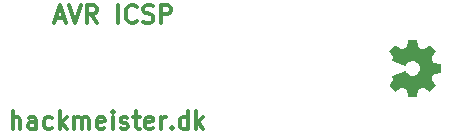
<source format=gto>
G04 #@! TF.GenerationSoftware,KiCad,Pcbnew,(2018-01-11 revision 6f2beeb)-master*
G04 #@! TF.CreationDate,2018-01-16T00:01:00+01:00*
G04 #@! TF.ProjectId,6pinICSP,3670696E494353502E6B696361645F70,rev?*
G04 #@! TF.SameCoordinates,Original*
G04 #@! TF.FileFunction,Legend,Top*
G04 #@! TF.FilePolarity,Positive*
%FSLAX46Y46*%
G04 Gerber Fmt 4.6, Leading zero omitted, Abs format (unit mm)*
G04 Created by KiCad (PCBNEW (2018-01-11 revision 6f2beeb)-master) date Tuesday, 16 January 2018 'AMt' 00:01:00*
%MOMM*%
%LPD*%
G01*
G04 APERTURE LIST*
%ADD10C,0.300000*%
%ADD11C,0.010000*%
G04 APERTURE END LIST*
D10*
X70107142Y-52250000D02*
X70821428Y-52250000D01*
X69964285Y-52678571D02*
X70464285Y-51178571D01*
X70964285Y-52678571D01*
X71250000Y-51178571D02*
X71750000Y-52678571D01*
X72250000Y-51178571D01*
X73607142Y-52678571D02*
X73107142Y-51964285D01*
X72750000Y-52678571D02*
X72750000Y-51178571D01*
X73321428Y-51178571D01*
X73464285Y-51250000D01*
X73535714Y-51321428D01*
X73607142Y-51464285D01*
X73607142Y-51678571D01*
X73535714Y-51821428D01*
X73464285Y-51892857D01*
X73321428Y-51964285D01*
X72750000Y-51964285D01*
X75392857Y-52678571D02*
X75392857Y-51178571D01*
X76964285Y-52535714D02*
X76892857Y-52607142D01*
X76678571Y-52678571D01*
X76535714Y-52678571D01*
X76321428Y-52607142D01*
X76178571Y-52464285D01*
X76107142Y-52321428D01*
X76035714Y-52035714D01*
X76035714Y-51821428D01*
X76107142Y-51535714D01*
X76178571Y-51392857D01*
X76321428Y-51250000D01*
X76535714Y-51178571D01*
X76678571Y-51178571D01*
X76892857Y-51250000D01*
X76964285Y-51321428D01*
X77535714Y-52607142D02*
X77750000Y-52678571D01*
X78107142Y-52678571D01*
X78250000Y-52607142D01*
X78321428Y-52535714D01*
X78392857Y-52392857D01*
X78392857Y-52250000D01*
X78321428Y-52107142D01*
X78250000Y-52035714D01*
X78107142Y-51964285D01*
X77821428Y-51892857D01*
X77678571Y-51821428D01*
X77607142Y-51750000D01*
X77535714Y-51607142D01*
X77535714Y-51464285D01*
X77607142Y-51321428D01*
X77678571Y-51250000D01*
X77821428Y-51178571D01*
X78178571Y-51178571D01*
X78392857Y-51250000D01*
X79035714Y-52678571D02*
X79035714Y-51178571D01*
X79607142Y-51178571D01*
X79750000Y-51250000D01*
X79821428Y-51321428D01*
X79892857Y-51464285D01*
X79892857Y-51678571D01*
X79821428Y-51821428D01*
X79750000Y-51892857D01*
X79607142Y-51964285D01*
X79035714Y-51964285D01*
X66464285Y-61678571D02*
X66464285Y-60178571D01*
X67107142Y-61678571D02*
X67107142Y-60892857D01*
X67035714Y-60750000D01*
X66892857Y-60678571D01*
X66678571Y-60678571D01*
X66535714Y-60750000D01*
X66464285Y-60821428D01*
X68464285Y-61678571D02*
X68464285Y-60892857D01*
X68392857Y-60750000D01*
X68250000Y-60678571D01*
X67964285Y-60678571D01*
X67821428Y-60750000D01*
X68464285Y-61607142D02*
X68321428Y-61678571D01*
X67964285Y-61678571D01*
X67821428Y-61607142D01*
X67750000Y-61464285D01*
X67750000Y-61321428D01*
X67821428Y-61178571D01*
X67964285Y-61107142D01*
X68321428Y-61107142D01*
X68464285Y-61035714D01*
X69821428Y-61607142D02*
X69678571Y-61678571D01*
X69392857Y-61678571D01*
X69250000Y-61607142D01*
X69178571Y-61535714D01*
X69107142Y-61392857D01*
X69107142Y-60964285D01*
X69178571Y-60821428D01*
X69250000Y-60750000D01*
X69392857Y-60678571D01*
X69678571Y-60678571D01*
X69821428Y-60750000D01*
X70464285Y-61678571D02*
X70464285Y-60178571D01*
X70607142Y-61107142D02*
X71035714Y-61678571D01*
X71035714Y-60678571D02*
X70464285Y-61250000D01*
X71678571Y-61678571D02*
X71678571Y-60678571D01*
X71678571Y-60821428D02*
X71750000Y-60750000D01*
X71892857Y-60678571D01*
X72107142Y-60678571D01*
X72250000Y-60750000D01*
X72321428Y-60892857D01*
X72321428Y-61678571D01*
X72321428Y-60892857D02*
X72392857Y-60750000D01*
X72535714Y-60678571D01*
X72750000Y-60678571D01*
X72892857Y-60750000D01*
X72964285Y-60892857D01*
X72964285Y-61678571D01*
X74250000Y-61607142D02*
X74107142Y-61678571D01*
X73821428Y-61678571D01*
X73678571Y-61607142D01*
X73607142Y-61464285D01*
X73607142Y-60892857D01*
X73678571Y-60750000D01*
X73821428Y-60678571D01*
X74107142Y-60678571D01*
X74250000Y-60750000D01*
X74321428Y-60892857D01*
X74321428Y-61035714D01*
X73607142Y-61178571D01*
X74964285Y-61678571D02*
X74964285Y-60678571D01*
X74964285Y-60178571D02*
X74892857Y-60250000D01*
X74964285Y-60321428D01*
X75035714Y-60250000D01*
X74964285Y-60178571D01*
X74964285Y-60321428D01*
X75607142Y-61607142D02*
X75750000Y-61678571D01*
X76035714Y-61678571D01*
X76178571Y-61607142D01*
X76250000Y-61464285D01*
X76250000Y-61392857D01*
X76178571Y-61250000D01*
X76035714Y-61178571D01*
X75821428Y-61178571D01*
X75678571Y-61107142D01*
X75607142Y-60964285D01*
X75607142Y-60892857D01*
X75678571Y-60750000D01*
X75821428Y-60678571D01*
X76035714Y-60678571D01*
X76178571Y-60750000D01*
X76678571Y-60678571D02*
X77250000Y-60678571D01*
X76892857Y-60178571D02*
X76892857Y-61464285D01*
X76964285Y-61607142D01*
X77107142Y-61678571D01*
X77250000Y-61678571D01*
X78321428Y-61607142D02*
X78178571Y-61678571D01*
X77892857Y-61678571D01*
X77750000Y-61607142D01*
X77678571Y-61464285D01*
X77678571Y-60892857D01*
X77750000Y-60750000D01*
X77892857Y-60678571D01*
X78178571Y-60678571D01*
X78321428Y-60750000D01*
X78392857Y-60892857D01*
X78392857Y-61035714D01*
X77678571Y-61178571D01*
X79035714Y-61678571D02*
X79035714Y-60678571D01*
X79035714Y-60964285D02*
X79107142Y-60821428D01*
X79178571Y-60750000D01*
X79321428Y-60678571D01*
X79464285Y-60678571D01*
X79964285Y-61535714D02*
X80035714Y-61607142D01*
X79964285Y-61678571D01*
X79892857Y-61607142D01*
X79964285Y-61535714D01*
X79964285Y-61678571D01*
X81321428Y-61678571D02*
X81321428Y-60178571D01*
X81321428Y-61607142D02*
X81178571Y-61678571D01*
X80892857Y-61678571D01*
X80750000Y-61607142D01*
X80678571Y-61535714D01*
X80607142Y-61392857D01*
X80607142Y-60964285D01*
X80678571Y-60821428D01*
X80750000Y-60750000D01*
X80892857Y-60678571D01*
X81178571Y-60678571D01*
X81321428Y-60750000D01*
X82035714Y-61678571D02*
X82035714Y-60178571D01*
X82178571Y-61107142D02*
X82607142Y-61678571D01*
X82607142Y-60678571D02*
X82035714Y-61250000D01*
D11*
G36*
X102684355Y-56611434D02*
X102684044Y-56686793D01*
X102683200Y-56742845D01*
X102681562Y-56782638D01*
X102678862Y-56809217D01*
X102674838Y-56825630D01*
X102669224Y-56834924D01*
X102661756Y-56840145D01*
X102655825Y-56842779D01*
X102635392Y-56848476D01*
X102593937Y-56857787D01*
X102535449Y-56869897D01*
X102463918Y-56883990D01*
X102383334Y-56899253D01*
X102342018Y-56906863D01*
X102259231Y-56922263D01*
X102184265Y-56936763D01*
X102120932Y-56949583D01*
X102073044Y-56959938D01*
X102044413Y-56967047D01*
X102038459Y-56969168D01*
X102028990Y-56983098D01*
X102012159Y-57016094D01*
X101989913Y-57063589D01*
X101964204Y-57121018D01*
X101936979Y-57183814D01*
X101910187Y-57247411D01*
X101885778Y-57307244D01*
X101865701Y-57358745D01*
X101851904Y-57397350D01*
X101846337Y-57418492D01*
X101846306Y-57419335D01*
X101853246Y-57433315D01*
X101872703Y-57465159D01*
X101902720Y-57511855D01*
X101941341Y-57570396D01*
X101986607Y-57637771D01*
X102024106Y-57692820D01*
X102073094Y-57764862D01*
X102116911Y-57830329D01*
X102153602Y-57886217D01*
X102181213Y-57929519D01*
X102197787Y-57957230D01*
X102201800Y-57966006D01*
X102193044Y-57979604D01*
X102168800Y-58007576D01*
X102132111Y-58046921D01*
X102086018Y-58094637D01*
X102033561Y-58147723D01*
X101977781Y-58203177D01*
X101921720Y-58257999D01*
X101868417Y-58309186D01*
X101820915Y-58353739D01*
X101782254Y-58388655D01*
X101755474Y-58410932D01*
X101744142Y-58417700D01*
X101728015Y-58411874D01*
X101696072Y-58394027D01*
X101647457Y-58363601D01*
X101581315Y-58320038D01*
X101496790Y-58262781D01*
X101393026Y-58191274D01*
X101342266Y-58155996D01*
X101293649Y-58123255D01*
X101251357Y-58096832D01*
X101220415Y-58079741D01*
X101206875Y-58074800D01*
X101190710Y-58079603D01*
X101155838Y-58092737D01*
X101106797Y-58112286D01*
X101048123Y-58136336D01*
X100984351Y-58162972D01*
X100920019Y-58190279D01*
X100859662Y-58216341D01*
X100807816Y-58239245D01*
X100769018Y-58257076D01*
X100747804Y-58267917D01*
X100745513Y-58269553D01*
X100741411Y-58283390D01*
X100733460Y-58318662D01*
X100722389Y-58371820D01*
X100708926Y-58439314D01*
X100693798Y-58517597D01*
X100683805Y-58570506D01*
X100667934Y-58654519D01*
X100653270Y-58730703D01*
X100640553Y-58795334D01*
X100630522Y-58844685D01*
X100623916Y-58875030D01*
X100621898Y-58882579D01*
X100615705Y-58888157D01*
X100600135Y-58892479D01*
X100572502Y-58895690D01*
X100530121Y-58897933D01*
X100470305Y-58899353D01*
X100390368Y-58900094D01*
X100291705Y-58900299D01*
X100192364Y-58900181D01*
X100115487Y-58899695D01*
X100058142Y-58898643D01*
X100017393Y-58896827D01*
X99990305Y-58894051D01*
X99973945Y-58890115D01*
X99965378Y-58884824D01*
X99961698Y-58878075D01*
X99956587Y-58856063D01*
X99948543Y-58816100D01*
X99938966Y-58765258D01*
X99934679Y-58741550D01*
X99912319Y-58617801D01*
X99893469Y-58517073D01*
X99877665Y-58437298D01*
X99864443Y-58376409D01*
X99853339Y-58332339D01*
X99843890Y-58303020D01*
X99835631Y-58286385D01*
X99831584Y-58282009D01*
X99814767Y-58273299D01*
X99779218Y-58257362D01*
X99729411Y-58236022D01*
X99669822Y-58211098D01*
X99604926Y-58184411D01*
X99539198Y-58157782D01*
X99477113Y-58133034D01*
X99423147Y-58111985D01*
X99381776Y-58096458D01*
X99357473Y-58088274D01*
X99353474Y-58087464D01*
X99340616Y-58094376D01*
X99309962Y-58113738D01*
X99264588Y-58143520D01*
X99207568Y-58181690D01*
X99141974Y-58226219D01*
X99103480Y-58252600D01*
X99033630Y-58299945D01*
X98969703Y-58341988D01*
X98914982Y-58376672D01*
X98872752Y-58401942D01*
X98846296Y-58415740D01*
X98839831Y-58417700D01*
X98824064Y-58408866D01*
X98793072Y-58383770D01*
X98749172Y-58344515D01*
X98694681Y-58293210D01*
X98631917Y-58231957D01*
X98596592Y-58196686D01*
X98528203Y-58127690D01*
X98475919Y-58074215D01*
X98437808Y-58033900D01*
X98411936Y-58004384D01*
X98396371Y-57983305D01*
X98389179Y-57968303D01*
X98388428Y-57957016D01*
X98392183Y-57947084D01*
X98392208Y-57947038D01*
X98403852Y-57928193D01*
X98427538Y-57892068D01*
X98460851Y-57842264D01*
X98501378Y-57782386D01*
X98546702Y-57716038D01*
X98558417Y-57698983D01*
X98603496Y-57632693D01*
X98643202Y-57572898D01*
X98675397Y-57522937D01*
X98697940Y-57486146D01*
X98708693Y-57465865D01*
X98709300Y-57463542D01*
X98703751Y-57446001D01*
X98688809Y-57411705D01*
X98667033Y-57366310D01*
X98650891Y-57334429D01*
X98626167Y-57283464D01*
X98609456Y-57242639D01*
X98602530Y-57216612D01*
X98603608Y-57210212D01*
X98617747Y-57202727D01*
X98652407Y-57186899D01*
X98704605Y-57164015D01*
X98771361Y-57135363D01*
X98849691Y-57102229D01*
X98936613Y-57065901D01*
X98969993Y-57052058D01*
X99068130Y-57011417D01*
X99166742Y-56970535D01*
X99261119Y-56931366D01*
X99346551Y-56895866D01*
X99418328Y-56865992D01*
X99471743Y-56843698D01*
X99475287Y-56842215D01*
X99533340Y-56818446D01*
X99583760Y-56798801D01*
X99621502Y-56785174D01*
X99641522Y-56779463D01*
X99642447Y-56779400D01*
X99657565Y-56789106D01*
X99681970Y-56814784D01*
X99710862Y-56851272D01*
X99716301Y-56858775D01*
X99807865Y-56969563D01*
X99907312Y-57056364D01*
X100015293Y-57119538D01*
X100132458Y-57159446D01*
X100259459Y-57176450D01*
X100290450Y-57177160D01*
X100417465Y-57166578D01*
X100534164Y-57133408D01*
X100642612Y-57076826D01*
X100744869Y-56996010D01*
X100745547Y-56995377D01*
X100829495Y-56900425D01*
X100892157Y-56794542D01*
X100933403Y-56680851D01*
X100953105Y-56562475D01*
X100951134Y-56442536D01*
X100927362Y-56324157D01*
X100881660Y-56210460D01*
X100813899Y-56104569D01*
X100783740Y-56068580D01*
X100688532Y-55980196D01*
X100582458Y-55914755D01*
X100465929Y-55872439D01*
X100339355Y-55853431D01*
X100298131Y-55852300D01*
X100171248Y-55861355D01*
X100057489Y-55889459D01*
X99954210Y-55938017D01*
X99858772Y-56008438D01*
X99768530Y-56102126D01*
X99725087Y-56157388D01*
X99693461Y-56197429D01*
X99665574Y-56228054D01*
X99645939Y-56244477D01*
X99641510Y-56246000D01*
X99625912Y-56241292D01*
X99589712Y-56227917D01*
X99535744Y-56206999D01*
X99466845Y-56179659D01*
X99385849Y-56147021D01*
X99295592Y-56110207D01*
X99220437Y-56079254D01*
X99120517Y-56037958D01*
X99023842Y-55998057D01*
X98934004Y-55961029D01*
X98854595Y-55928352D01*
X98789206Y-55901506D01*
X98741431Y-55881968D01*
X98722000Y-55874081D01*
X98663336Y-55850060D01*
X98625895Y-55830971D01*
X98607615Y-55811597D01*
X98606435Y-55786721D01*
X98620294Y-55751127D01*
X98647129Y-55699596D01*
X98650527Y-55693214D01*
X98675663Y-55644373D01*
X98695433Y-55602932D01*
X98707191Y-55574603D01*
X98709300Y-55566276D01*
X98702410Y-55551473D01*
X98683088Y-55518956D01*
X98653359Y-55471899D01*
X98615248Y-55413472D01*
X98570781Y-55346849D01*
X98544200Y-55307645D01*
X98497192Y-55238318D01*
X98455392Y-55175957D01*
X98420810Y-55123619D01*
X98395458Y-55084365D01*
X98381345Y-55061252D01*
X98379100Y-55056483D01*
X98387688Y-55045354D01*
X98411822Y-55018851D01*
X98449060Y-54979532D01*
X98496959Y-54929954D01*
X98553077Y-54872675D01*
X98597701Y-54827597D01*
X98659328Y-54766482D01*
X98716045Y-54711896D01*
X98765134Y-54666322D01*
X98803880Y-54632240D01*
X98829566Y-54612132D01*
X98838381Y-54607699D01*
X98854826Y-54614670D01*
X98888769Y-54634204D01*
X98936943Y-54664240D01*
X98996081Y-54702714D01*
X99062916Y-54747562D01*
X99099206Y-54772427D01*
X99168329Y-54819678D01*
X99230981Y-54861668D01*
X99283993Y-54896341D01*
X99324196Y-54921641D01*
X99348421Y-54935512D01*
X99353674Y-54937527D01*
X99371719Y-54932991D01*
X99408556Y-54920271D01*
X99459636Y-54901204D01*
X99520410Y-54877629D01*
X99586332Y-54851383D01*
X99652853Y-54824305D01*
X99715425Y-54798232D01*
X99769500Y-54775002D01*
X99810530Y-54756453D01*
X99833967Y-54744424D01*
X99837109Y-54742157D01*
X99844072Y-54725451D01*
X99854462Y-54687493D01*
X99867420Y-54632068D01*
X99882084Y-54562961D01*
X99897595Y-54483955D01*
X99905482Y-54441463D01*
X99920918Y-54358930D01*
X99935637Y-54284392D01*
X99948830Y-54221627D01*
X99959688Y-54174412D01*
X99967402Y-54146525D01*
X99969854Y-54140975D01*
X99986438Y-54135447D01*
X100023816Y-54130980D01*
X100077808Y-54127563D01*
X100144235Y-54125185D01*
X100218915Y-54123836D01*
X100297669Y-54123505D01*
X100376318Y-54124182D01*
X100450681Y-54125856D01*
X100516578Y-54128518D01*
X100569830Y-54132156D01*
X100606256Y-54136760D01*
X100621677Y-54142320D01*
X100621816Y-54142606D01*
X100625967Y-54159628D01*
X100633979Y-54197910D01*
X100645116Y-54253735D01*
X100658643Y-54323380D01*
X100673824Y-54403127D01*
X100683542Y-54454921D01*
X100699502Y-54538493D01*
X100714571Y-54613730D01*
X100727967Y-54677026D01*
X100738913Y-54724774D01*
X100746628Y-54753368D01*
X100749450Y-54759899D01*
X100766097Y-54769510D01*
X100801559Y-54786424D01*
X100851182Y-54808692D01*
X100910312Y-54834362D01*
X100974296Y-54861484D01*
X101038479Y-54888107D01*
X101098209Y-54912281D01*
X101148832Y-54932054D01*
X101185694Y-54945475D01*
X101204142Y-54950595D01*
X101204369Y-54950600D01*
X101220860Y-54943654D01*
X101254911Y-54924177D01*
X101303278Y-54894206D01*
X101362717Y-54855781D01*
X101429982Y-54810941D01*
X101469776Y-54783844D01*
X101540169Y-54735954D01*
X101604607Y-54692872D01*
X101659814Y-54656729D01*
X101702513Y-54629654D01*
X101729429Y-54613776D01*
X101736311Y-54610590D01*
X101749132Y-54613378D01*
X101771095Y-54627577D01*
X101803846Y-54654629D01*
X101849031Y-54695977D01*
X101908294Y-54753063D01*
X101980786Y-54824834D01*
X102041902Y-54886493D01*
X102096537Y-54942800D01*
X102142237Y-54991127D01*
X102176547Y-55028847D01*
X102197013Y-55053332D01*
X102201800Y-55061384D01*
X102194850Y-55075877D01*
X102175332Y-55108099D01*
X102145246Y-55154972D01*
X102106590Y-55213416D01*
X102061364Y-55280355D01*
X102028521Y-55328220D01*
X101979713Y-55399399D01*
X101935788Y-55464355D01*
X101898818Y-55519951D01*
X101870876Y-55563047D01*
X101854035Y-55590505D01*
X101850015Y-55598509D01*
X101852996Y-55615778D01*
X101864178Y-55651718D01*
X101881724Y-55701663D01*
X101903798Y-55760950D01*
X101928566Y-55824916D01*
X101954192Y-55888898D01*
X101978838Y-55948232D01*
X102000671Y-55998254D01*
X102017853Y-56034300D01*
X102028333Y-56051493D01*
X102044465Y-56057907D01*
X102082020Y-56067971D01*
X102137410Y-56080877D01*
X102207052Y-56095817D01*
X102287360Y-56111986D01*
X102351956Y-56124343D01*
X102437637Y-56140575D01*
X102515142Y-56155634D01*
X102580937Y-56168804D01*
X102631485Y-56179366D01*
X102663249Y-56186603D01*
X102672631Y-56189424D01*
X102676023Y-56203811D01*
X102678990Y-56240489D01*
X102681418Y-56296352D01*
X102683194Y-56368294D01*
X102684206Y-56453208D01*
X102684400Y-56513721D01*
X102684355Y-56611434D01*
X102684355Y-56611434D01*
G37*
X102684355Y-56611434D02*
X102684044Y-56686793D01*
X102683200Y-56742845D01*
X102681562Y-56782638D01*
X102678862Y-56809217D01*
X102674838Y-56825630D01*
X102669224Y-56834924D01*
X102661756Y-56840145D01*
X102655825Y-56842779D01*
X102635392Y-56848476D01*
X102593937Y-56857787D01*
X102535449Y-56869897D01*
X102463918Y-56883990D01*
X102383334Y-56899253D01*
X102342018Y-56906863D01*
X102259231Y-56922263D01*
X102184265Y-56936763D01*
X102120932Y-56949583D01*
X102073044Y-56959938D01*
X102044413Y-56967047D01*
X102038459Y-56969168D01*
X102028990Y-56983098D01*
X102012159Y-57016094D01*
X101989913Y-57063589D01*
X101964204Y-57121018D01*
X101936979Y-57183814D01*
X101910187Y-57247411D01*
X101885778Y-57307244D01*
X101865701Y-57358745D01*
X101851904Y-57397350D01*
X101846337Y-57418492D01*
X101846306Y-57419335D01*
X101853246Y-57433315D01*
X101872703Y-57465159D01*
X101902720Y-57511855D01*
X101941341Y-57570396D01*
X101986607Y-57637771D01*
X102024106Y-57692820D01*
X102073094Y-57764862D01*
X102116911Y-57830329D01*
X102153602Y-57886217D01*
X102181213Y-57929519D01*
X102197787Y-57957230D01*
X102201800Y-57966006D01*
X102193044Y-57979604D01*
X102168800Y-58007576D01*
X102132111Y-58046921D01*
X102086018Y-58094637D01*
X102033561Y-58147723D01*
X101977781Y-58203177D01*
X101921720Y-58257999D01*
X101868417Y-58309186D01*
X101820915Y-58353739D01*
X101782254Y-58388655D01*
X101755474Y-58410932D01*
X101744142Y-58417700D01*
X101728015Y-58411874D01*
X101696072Y-58394027D01*
X101647457Y-58363601D01*
X101581315Y-58320038D01*
X101496790Y-58262781D01*
X101393026Y-58191274D01*
X101342266Y-58155996D01*
X101293649Y-58123255D01*
X101251357Y-58096832D01*
X101220415Y-58079741D01*
X101206875Y-58074800D01*
X101190710Y-58079603D01*
X101155838Y-58092737D01*
X101106797Y-58112286D01*
X101048123Y-58136336D01*
X100984351Y-58162972D01*
X100920019Y-58190279D01*
X100859662Y-58216341D01*
X100807816Y-58239245D01*
X100769018Y-58257076D01*
X100747804Y-58267917D01*
X100745513Y-58269553D01*
X100741411Y-58283390D01*
X100733460Y-58318662D01*
X100722389Y-58371820D01*
X100708926Y-58439314D01*
X100693798Y-58517597D01*
X100683805Y-58570506D01*
X100667934Y-58654519D01*
X100653270Y-58730703D01*
X100640553Y-58795334D01*
X100630522Y-58844685D01*
X100623916Y-58875030D01*
X100621898Y-58882579D01*
X100615705Y-58888157D01*
X100600135Y-58892479D01*
X100572502Y-58895690D01*
X100530121Y-58897933D01*
X100470305Y-58899353D01*
X100390368Y-58900094D01*
X100291705Y-58900299D01*
X100192364Y-58900181D01*
X100115487Y-58899695D01*
X100058142Y-58898643D01*
X100017393Y-58896827D01*
X99990305Y-58894051D01*
X99973945Y-58890115D01*
X99965378Y-58884824D01*
X99961698Y-58878075D01*
X99956587Y-58856063D01*
X99948543Y-58816100D01*
X99938966Y-58765258D01*
X99934679Y-58741550D01*
X99912319Y-58617801D01*
X99893469Y-58517073D01*
X99877665Y-58437298D01*
X99864443Y-58376409D01*
X99853339Y-58332339D01*
X99843890Y-58303020D01*
X99835631Y-58286385D01*
X99831584Y-58282009D01*
X99814767Y-58273299D01*
X99779218Y-58257362D01*
X99729411Y-58236022D01*
X99669822Y-58211098D01*
X99604926Y-58184411D01*
X99539198Y-58157782D01*
X99477113Y-58133034D01*
X99423147Y-58111985D01*
X99381776Y-58096458D01*
X99357473Y-58088274D01*
X99353474Y-58087464D01*
X99340616Y-58094376D01*
X99309962Y-58113738D01*
X99264588Y-58143520D01*
X99207568Y-58181690D01*
X99141974Y-58226219D01*
X99103480Y-58252600D01*
X99033630Y-58299945D01*
X98969703Y-58341988D01*
X98914982Y-58376672D01*
X98872752Y-58401942D01*
X98846296Y-58415740D01*
X98839831Y-58417700D01*
X98824064Y-58408866D01*
X98793072Y-58383770D01*
X98749172Y-58344515D01*
X98694681Y-58293210D01*
X98631917Y-58231957D01*
X98596592Y-58196686D01*
X98528203Y-58127690D01*
X98475919Y-58074215D01*
X98437808Y-58033900D01*
X98411936Y-58004384D01*
X98396371Y-57983305D01*
X98389179Y-57968303D01*
X98388428Y-57957016D01*
X98392183Y-57947084D01*
X98392208Y-57947038D01*
X98403852Y-57928193D01*
X98427538Y-57892068D01*
X98460851Y-57842264D01*
X98501378Y-57782386D01*
X98546702Y-57716038D01*
X98558417Y-57698983D01*
X98603496Y-57632693D01*
X98643202Y-57572898D01*
X98675397Y-57522937D01*
X98697940Y-57486146D01*
X98708693Y-57465865D01*
X98709300Y-57463542D01*
X98703751Y-57446001D01*
X98688809Y-57411705D01*
X98667033Y-57366310D01*
X98650891Y-57334429D01*
X98626167Y-57283464D01*
X98609456Y-57242639D01*
X98602530Y-57216612D01*
X98603608Y-57210212D01*
X98617747Y-57202727D01*
X98652407Y-57186899D01*
X98704605Y-57164015D01*
X98771361Y-57135363D01*
X98849691Y-57102229D01*
X98936613Y-57065901D01*
X98969993Y-57052058D01*
X99068130Y-57011417D01*
X99166742Y-56970535D01*
X99261119Y-56931366D01*
X99346551Y-56895866D01*
X99418328Y-56865992D01*
X99471743Y-56843698D01*
X99475287Y-56842215D01*
X99533340Y-56818446D01*
X99583760Y-56798801D01*
X99621502Y-56785174D01*
X99641522Y-56779463D01*
X99642447Y-56779400D01*
X99657565Y-56789106D01*
X99681970Y-56814784D01*
X99710862Y-56851272D01*
X99716301Y-56858775D01*
X99807865Y-56969563D01*
X99907312Y-57056364D01*
X100015293Y-57119538D01*
X100132458Y-57159446D01*
X100259459Y-57176450D01*
X100290450Y-57177160D01*
X100417465Y-57166578D01*
X100534164Y-57133408D01*
X100642612Y-57076826D01*
X100744869Y-56996010D01*
X100745547Y-56995377D01*
X100829495Y-56900425D01*
X100892157Y-56794542D01*
X100933403Y-56680851D01*
X100953105Y-56562475D01*
X100951134Y-56442536D01*
X100927362Y-56324157D01*
X100881660Y-56210460D01*
X100813899Y-56104569D01*
X100783740Y-56068580D01*
X100688532Y-55980196D01*
X100582458Y-55914755D01*
X100465929Y-55872439D01*
X100339355Y-55853431D01*
X100298131Y-55852300D01*
X100171248Y-55861355D01*
X100057489Y-55889459D01*
X99954210Y-55938017D01*
X99858772Y-56008438D01*
X99768530Y-56102126D01*
X99725087Y-56157388D01*
X99693461Y-56197429D01*
X99665574Y-56228054D01*
X99645939Y-56244477D01*
X99641510Y-56246000D01*
X99625912Y-56241292D01*
X99589712Y-56227917D01*
X99535744Y-56206999D01*
X99466845Y-56179659D01*
X99385849Y-56147021D01*
X99295592Y-56110207D01*
X99220437Y-56079254D01*
X99120517Y-56037958D01*
X99023842Y-55998057D01*
X98934004Y-55961029D01*
X98854595Y-55928352D01*
X98789206Y-55901506D01*
X98741431Y-55881968D01*
X98722000Y-55874081D01*
X98663336Y-55850060D01*
X98625895Y-55830971D01*
X98607615Y-55811597D01*
X98606435Y-55786721D01*
X98620294Y-55751127D01*
X98647129Y-55699596D01*
X98650527Y-55693214D01*
X98675663Y-55644373D01*
X98695433Y-55602932D01*
X98707191Y-55574603D01*
X98709300Y-55566276D01*
X98702410Y-55551473D01*
X98683088Y-55518956D01*
X98653359Y-55471899D01*
X98615248Y-55413472D01*
X98570781Y-55346849D01*
X98544200Y-55307645D01*
X98497192Y-55238318D01*
X98455392Y-55175957D01*
X98420810Y-55123619D01*
X98395458Y-55084365D01*
X98381345Y-55061252D01*
X98379100Y-55056483D01*
X98387688Y-55045354D01*
X98411822Y-55018851D01*
X98449060Y-54979532D01*
X98496959Y-54929954D01*
X98553077Y-54872675D01*
X98597701Y-54827597D01*
X98659328Y-54766482D01*
X98716045Y-54711896D01*
X98765134Y-54666322D01*
X98803880Y-54632240D01*
X98829566Y-54612132D01*
X98838381Y-54607699D01*
X98854826Y-54614670D01*
X98888769Y-54634204D01*
X98936943Y-54664240D01*
X98996081Y-54702714D01*
X99062916Y-54747562D01*
X99099206Y-54772427D01*
X99168329Y-54819678D01*
X99230981Y-54861668D01*
X99283993Y-54896341D01*
X99324196Y-54921641D01*
X99348421Y-54935512D01*
X99353674Y-54937527D01*
X99371719Y-54932991D01*
X99408556Y-54920271D01*
X99459636Y-54901204D01*
X99520410Y-54877629D01*
X99586332Y-54851383D01*
X99652853Y-54824305D01*
X99715425Y-54798232D01*
X99769500Y-54775002D01*
X99810530Y-54756453D01*
X99833967Y-54744424D01*
X99837109Y-54742157D01*
X99844072Y-54725451D01*
X99854462Y-54687493D01*
X99867420Y-54632068D01*
X99882084Y-54562961D01*
X99897595Y-54483955D01*
X99905482Y-54441463D01*
X99920918Y-54358930D01*
X99935637Y-54284392D01*
X99948830Y-54221627D01*
X99959688Y-54174412D01*
X99967402Y-54146525D01*
X99969854Y-54140975D01*
X99986438Y-54135447D01*
X100023816Y-54130980D01*
X100077808Y-54127563D01*
X100144235Y-54125185D01*
X100218915Y-54123836D01*
X100297669Y-54123505D01*
X100376318Y-54124182D01*
X100450681Y-54125856D01*
X100516578Y-54128518D01*
X100569830Y-54132156D01*
X100606256Y-54136760D01*
X100621677Y-54142320D01*
X100621816Y-54142606D01*
X100625967Y-54159628D01*
X100633979Y-54197910D01*
X100645116Y-54253735D01*
X100658643Y-54323380D01*
X100673824Y-54403127D01*
X100683542Y-54454921D01*
X100699502Y-54538493D01*
X100714571Y-54613730D01*
X100727967Y-54677026D01*
X100738913Y-54724774D01*
X100746628Y-54753368D01*
X100749450Y-54759899D01*
X100766097Y-54769510D01*
X100801559Y-54786424D01*
X100851182Y-54808692D01*
X100910312Y-54834362D01*
X100974296Y-54861484D01*
X101038479Y-54888107D01*
X101098209Y-54912281D01*
X101148832Y-54932054D01*
X101185694Y-54945475D01*
X101204142Y-54950595D01*
X101204369Y-54950600D01*
X101220860Y-54943654D01*
X101254911Y-54924177D01*
X101303278Y-54894206D01*
X101362717Y-54855781D01*
X101429982Y-54810941D01*
X101469776Y-54783844D01*
X101540169Y-54735954D01*
X101604607Y-54692872D01*
X101659814Y-54656729D01*
X101702513Y-54629654D01*
X101729429Y-54613776D01*
X101736311Y-54610590D01*
X101749132Y-54613378D01*
X101771095Y-54627577D01*
X101803846Y-54654629D01*
X101849031Y-54695977D01*
X101908294Y-54753063D01*
X101980786Y-54824834D01*
X102041902Y-54886493D01*
X102096537Y-54942800D01*
X102142237Y-54991127D01*
X102176547Y-55028847D01*
X102197013Y-55053332D01*
X102201800Y-55061384D01*
X102194850Y-55075877D01*
X102175332Y-55108099D01*
X102145246Y-55154972D01*
X102106590Y-55213416D01*
X102061364Y-55280355D01*
X102028521Y-55328220D01*
X101979713Y-55399399D01*
X101935788Y-55464355D01*
X101898818Y-55519951D01*
X101870876Y-55563047D01*
X101854035Y-55590505D01*
X101850015Y-55598509D01*
X101852996Y-55615778D01*
X101864178Y-55651718D01*
X101881724Y-55701663D01*
X101903798Y-55760950D01*
X101928566Y-55824916D01*
X101954192Y-55888898D01*
X101978838Y-55948232D01*
X102000671Y-55998254D01*
X102017853Y-56034300D01*
X102028333Y-56051493D01*
X102044465Y-56057907D01*
X102082020Y-56067971D01*
X102137410Y-56080877D01*
X102207052Y-56095817D01*
X102287360Y-56111986D01*
X102351956Y-56124343D01*
X102437637Y-56140575D01*
X102515142Y-56155634D01*
X102580937Y-56168804D01*
X102631485Y-56179366D01*
X102663249Y-56186603D01*
X102672631Y-56189424D01*
X102676023Y-56203811D01*
X102678990Y-56240489D01*
X102681418Y-56296352D01*
X102683194Y-56368294D01*
X102684206Y-56453208D01*
X102684400Y-56513721D01*
X102684355Y-56611434D01*
M02*

</source>
